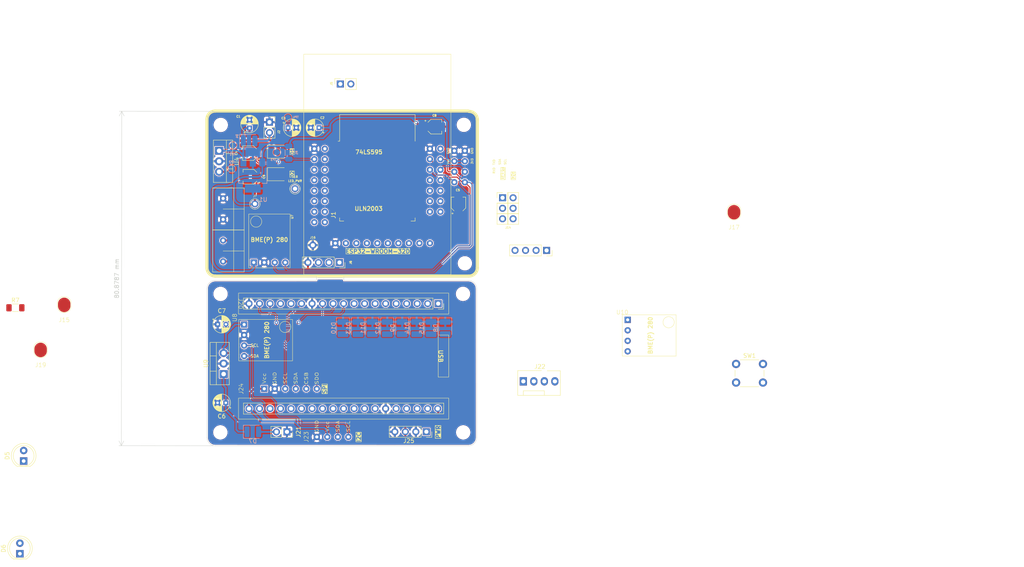
<source format=kicad_pcb>
(kicad_pcb (version 20240108) (generator "pcbnew") (generator_version "8.0")
  (layers (0 "F.Cu" signal) (31 "B.Cu" signal) (34 "B.Paste" user) (35 "F.Paste" user) (36 "B.SilkS" user "B.Silkscreen") (37 "F.SilkS" user "F.Silkscreen") (38 "B.Mask" user) (39 "F.Mask" user) (44 "Edge.Cuts" user))
  (net 0 "")
  (net 1 "GND")
  (net 2 "+3V3")
  (net 3 "+5V")
  (net 4 "/RXD")
  (net 5 "/TXD")
  (net 6 "/SDA")
  (net 7 "/GPIO_33")
  (net 8 "/SCL")
  (net 9 "/OUT3")
  (net 10 "/EN")
  (net 11 "/SOURCE2")
  (net 12 "/SOURCE1")
  (net 13 "/SOURCE3")
  (net 14 "/VDC")
  (net 15 "/DAC1")
  (net 16 "/DAC2")
  (net 17 "/GPIO39")
  (net 18 "/GPIO19")
  (net 19 "/GPIO17")
  (net 20 "/GPIO5")
  (net 21 "/GPIO18")
  (net 22 "/SD_DATA0")
  (net 23 "/ADC2_CH3")
  (net 24 "/SD_DATA3")
  (net 25 "/SD_CMD")
  (net 26 "/SD_CLK")
  (net 27 "/SD_DATA2")
  (net 28 "/SD_DATA1")
  (net 29 "/ADC2_CH0")
  (net 30 "/GPIO23")
  (net 31 "/GPIO36")
  (net 32 "/ADC2_CH2")
  (net 33 "/BOOT")
  (net 34 "/GPIO13")
  (net 35 "/SOURCE4")
  (net 36 "/SOURCE5")
  (net 37 "/SIPO_DATA")
  (net 38 "/SIPO_CLK")
  (net 39 "/SIPO_LATCH")
  (net 40 "/GPIO14")
  (net 41 "/OUT1")
  (net 42 "/VIN")
  (net 45 "Net-(D5-Pad1)")
  (net 46 "Net-(J15-Pin_1)")
  (net 47 "Net-(J19-Pin_1)")
  (net 48 "/OUT2")
  (net 60 "/RX")
  (net 65 "/TX")
  (net 76 "/SCL-2")
  (net 77 "/SDA-2")
  (net 80 "/12V")
  (net 82 "/QB-2")
  (net 83 "/QC-2")
  (net 84 "/QE-2")
  (net 85 "/QA-2")
  (net 86 "/QD-2")
  (net 87 "/QG-2")
  (net 88 "/QH-2")
  (net 89 "/QF-2")
  (net 90 "/SPI-SDO")
  (net 91 "/SPI-CSB")
  (net 92 "/SPI-SCL")
  (net 93 "/SPI-SDA")
  (net 94 "/D23")
  (net 95 "/D18")
  (footprint "Capacitor_THT:CP_Radial_D4.0mm_P2.00mm" (layer "F.Cu") (at 107 44.2 180)
    (property "Reference" "C2")
    (property "Value" "1uF")
  )
  (footprint "LED_SMD:LED_1210_3225Metric_Pad1.42x2.65mm_HandSolder" (layer "F.Cu") (at 97 55.45)
    (property "Reference" "D2")
    (property "Value" "STATUS")
  )
  (footprint "Capacitor_SMD:CP_Elec_3x5.3" (layer "F.Cu") (at 90.3 50.35 180)
    (property "Reference" "C4")
    (property "Value" "0.1uF")
  )
  (footprint "Resistor_SMD:R_1206_3216Metric_Pad1.30x1.75mm_HandSolder" (layer "F.Cu") (at 33.612 87.7585)
    (property "Reference" "R7")
    (property "Value" "4K7")
  )
  (footprint "LED_THT:LED_D5.0mm" (layer "F.Cu") (at 34.7 147.25 90)
    (property "Reference" "D6")
    (property "Value" "LED_STATUS")
  )
  (footprint "Button_Switch_THT:SW_PUSH_6mm" (layer "F.Cu") (at 207.8 101.35)
    (property "Reference" "SW1")
    (property "Value" "SW_Push")
  )
  (footprint "Connector:FanPinHeader_1x04_P2.54mm_Vertical" (layer "F.Cu") (at 156.38 105.55)
    (property "Reference" "J22")
    (property "Value" "Conn_01x04_Pin")
  )
  (footprint "Alexander Footprint Library:Pad_1x01_P2.54_SMD" (layer "F.Cu") (at 39.712 102.098)
    (property "Reference" "J19")
    (property "Value" "LED_PWR")
  )
  (footprint "Alexanddr Footprints Library:ESP32-WROOM-Adapter-Socket-2" (layer "F.Cu") (at 121.1 56.9025)
    (property "Reference" "J1")
    (property "Value" "~")
  )
  (footprint "Alexander Footprint Library:Pad_1x01_P2.54_SMD" (layer "F.Cu") (at 45.412 91.198)
    (property "Reference" "J15")
    (property "Value" "LED_PWR")
  )
  (footprint "MountingHole:MountingHole_3mm" (layer "F.Cu") (at 142 43.5)
    (property "Reference" "H1" (hide yes))
    (property "Value" "MountingHole_Pad")
  )
  (footprint "Connector_PinSocket_2.54mm:PinSocket_1x02_P2.54mm_Vertical" (layer "F.Cu") (at 99.25 117.775 -90)
    (property "Reference" "J21")
    (property "Value" "PWR")
  )
  (footprint "MountingHole:MountingHole_3mm" (layer "F.Cu") (at 83.25 43.53)
    (property "Reference" "H2" (hide yes))
    (property "Value" "MountingHole_Pad")
  )
  (footprint "Alexander Footprints Library:Conn_Terminal_5mm" (layer "F.Cu") (at 83.82 53.69)
    (property "Reference" "J9" (hide yes))
    (property "Value" "Conn_01x02_Socket")
  )
  (footprint "Alexander Footprint Library:Pad_1x01_P2.54_SMD" (layer "F.Cu") (at 207.3 68.7895)
    (property "Reference" "J17")
    (property "Value" "GND")
  )
  (footprint "MountingHole:MountingHole_3mm" (layer "F.Cu") (at 141.85 117.9)
    (property "Reference" "H4" (hide yes))
    (property "Value" "MountingHole_Pad")
  )
  (footprint "Capacitor_THT:CP_Radial_D4.0mm_P2.00mm" (layer "F.Cu") (at 82.5 91.75)
    (property "Reference" "C7")
    (property "Value" "1uF")
  )
  (footprint "Connector_PinSocket_2.54mm:PinSocket_1x04_P2.54mm_Vertical" (layer "F.Cu") (at 132.94 117.75 -90)
    (property "Reference" "J25")
    (property "Value" "PWR_SATA_Conn_01x04")
  )
  (footprint "Capacitor_SMD:CP_Elec_3x5.3" (layer "F.Cu") (at 90.4 56.05 180)
    (property "Reference" "C9")
    (property "Value" "0.1uF")
  )
  (footprint "Alexander Footprint Library:PinSocket_1x01_P2.54" (layer "F.Cu") (at 91.5 65.19)
    (property "Reference" "J7")
    (property "Value" "LED_PWR")
  )
  (footprint "Alexander Footprint Library:Conn_SPI" (layer "F.Cu") (at 88.68 107.35 90)
    (property "Reference" "J24")
    (property "Value" "~")
  )
  (footprint "Connector_PinSocket_2.54mm:PinSocket_1x02_P2.54mm_Vertical" (layer "F.Cu") (at 95.025 42.85)
    (property "Reference" "J2")
    (property "Value" "PWR")
  )
  (footprint "Connector_PinSocket_2.54mm:PinSocket_1x04_P2.54mm_Vertical" (layer "F.Cu") (at 111.94 76.8 -90)
    (property "Reference" "J6")
    (property "Value" "SOURCE")
  )
  (footprint "MountingHole:MountingHole_3mm" (layer "F.Cu") (at 83.15 117.9)
    (property "Reference" "H4" (hide yes))
    (property "Value" "MountingHole_Pad")
  )
  (footprint "Connector_PinSocket_2.54mm:PinSocket_1x04_P2.54mm_Vertical" (layer "F.Cu") (at 162 73.875 -90)
    (property "Reference" "J10" (hide yes))
    (property "Value" "ADC")
  )
  (footprint "Capacitor_SMD:CP_Elec_3x5.3" (layer "F.Cu") (at 140.7 62.75 90)
    (property "Reference" "C5")
    (property "Value" "0.1uF")
  )
  (footprint "MountingHole:MountingHole_3mm" (layer "F.Cu") (at 141.8 84.4)
    (property "Reference" "H4" (hide yes))
    (property "Value" "MountingHole_Pad")
  )
  (footprint "Capacitor_THT:CP_Radial_D4.0mm_P2.00mm" (layer "F.Cu") (at 99.5 44.2)
    (property "Reference" "C3")
    (property "Value" "1uF")
  )
  (footprint "Alexander Footprint Library:Conn_ESP32_WROOM-DevKit-38pins" (layer "F.Cu") (at 87.54 86.75 -90)
    (property "Reference" "J20")
    (property "Value" "~")
  )
  (footprint "Capacitor_SMD:CP_Elec_3x5.3" (layer "F.Cu") (at 134.9 43.95)
    (property "Reference" "C8")
    (property "Value" "10uF")
  )
  (footprint "Alexander Footprint Library:LD1117" (layer "F.Cu") (at 83.945 103.79 90)
    (property "Reference" "U9")
    (property "Value" "L7805")
  )
  (footprint "Alexander Footprint Library:PinSocket_1x01_P2.54" (layer "F.Cu") (at 101.2 61.52)
    (property "Reference" "J18")
    (property "Value" "LED_PWR")
  )
  (footprint "Alexander Footprint Library:Conn_I2C" (layer "F.Cu") (at 98.84 119 90)
    (property "Reference" "J23")
    (property "Value" "I2C")
  )
  (footprint "Capacitor_THT:CP_Radial_D4.0mm_P2.00mm" (layer "F.Cu") (at 84.4726 110.75 180)
    (property "Reference" "C6")
    (property "Value" "1uF")
  )
  (footprint "Alexander Footprint Library:BME280_BMP280_I2C" (layer "F.Cu") (at 180.3 89.45)
    (property "Reference" "U10")
    (property "Value" "BME(P)280")
  )
  (footprint "MountingHole:MountingHole_3mm" (layer "F.Cu") (at 83.2 84.4)
    (property "Reference" "H4" (hide yes))
    (property "Value" "MountingHole_Pad")
  )
  (footprint "Connector_PinSocket_2.54mm:PinSocket_1x02_P2.54mm_Vertical" (layer "F.Cu") (at 112.15 33.625 90)
    (property "Reference" "J5")
    (property "Value" "DAC")
  )
  (footprint "Alexander Footprint Library:CONN_2x3" (layer "F.Cu") (at 151.36 56.07)
    (property "Reference" "J14")
    (property "Value" "GPIO")
  )
  (footprint "Alexander Footprints Library:Conn_UART" (layer "F.Cu") (at 139.7 42.15)
    (property "Reference" "J3" (hide yes))
    (property "Value" "UART")
  )
  (footprint "Alexander Footprint Library:PinSocket_1x01_P2.54" (layer "F.Cu") (at 105.5 75.19)
    (property "Reference" "J16")
    (property "Value" "GND")
  )
  (footprint "Capacitor_THT:CP_Radial_D4.0mm_P2.00mm" (layer "F.Cu") (at 90.2 44.3 90)
    (property "Reference" "C1")
    (property "Value" "1uF")
  )
  (footprint "Alexander Footprint Library:BME280_BMP280_I2C" (layer "F.Cu") (at 90 78.1 90)
    (property "Reference" "U7")
    (property "Value" "BME(P)280")
  )
  (footprint "Alexander Footprint Library:LD1117" (layer "F.Cu") (at 82.855 49.77 -90)
    (property "Reference" "U4")
    (property "Value" "L7805")
  )
  (footprint "Alexander Footprints Library:Conn_I2C" (layer "F.Cu") (at 142.24 42.15)
    (property "Reference" "J4" (hide yes))
    (property "Value" "I2C")
  )
  (footprint "LED_THT:LED_D5.0mm" (layer "F.Cu") (at 35.612 124.8335 90)
    (property "Reference" "D5")
    (property "Value" "LED_PWR")
  )
  (footprint "Alexander Footprint Library:BME280_BMP280_I2C" (layer "F.Cu") (at 87.6 90.59)
    (property "Reference" "U8")
    (property "Value" "BME(P)280")
  )
  (footprint "LED_SMD:LED_1210_3225Metric_Pad1.42x2.65mm_HandSolder" (layer "F.Cu") (at 97 50)
    (property "Reference" "D1")
    (property "Value" "PWR")
  )
  (footprint "MountingHole:MountingHole_3mm" (layer "F.Cu") (at 142.25 77)
    (property "Reference" "H4" (hide yes))
    (property "Value" "MountingHole_Pad")
  )
  (footprint "Alexander Footprints Library:Conn_Terminal_5mm" (layer "F.Cu") (at 83.82 63.85)
    (property "Reference" "J8" (hide yes))
    (property "Value" "Conn_01x02_Socket")
  )
  (footprint "TestPoint:TestPoint_Pad_D1.5mm" (layer "B.Cu") (at 99.5 41.75 180)
    (property "Reference" "TP4")
    (property "Value" "5V")
  )
  (footprint "LED_SMD:LED_1210_3225Metric_Pad1.42x2.65mm_HandSolder" (layer "B.Cu") (at 127.1 92.65 -90)
    (property "Reference" "D9")
    (property "Value" "PWR")
  )
  (footprint "TestPoint:TestPoint_Pad_D1.5mm" (layer "B.Cu") (at 96.8 50.15 180)
    (property "Reference" "TP3")
    (property "Value" "3V3")
  )
  (footprint "LED_SMD:LED_1210_3225Metric_Pad1.42x2.65mm_HandSolder" (layer "B.Cu") (at 119.9 92.65 -90)
    (property "Reference" "D11")
    (property "Value" "PWR")
  )
  (footprint "Diode_SMD:D_1210_3225Metric" (layer "B.Cu") (at 91 117.75)
    (property "Reference" "D7")
    (property "Value" "D")
  )
  (footprint "LED_SMD:LED_1210_3225Metric_Pad1.42x2.65mm_HandSolder" (layer "B.Cu") (at 134.1 92.65 -90)
    (property "Reference" "D15")
    (property "Value" "PWR")
  )
  (footprint "Resistor_SMD:R_1206_3216Metric_Pad1.30x1.75mm_HandSolder" (layer "B.Cu") (at 99.7 50.25 -90)
    (property "Reference" "R1")
    (property "Value" "10K")
  )
  (footprint "Diode_SMD:D_1210_3225Metric" (layer "B.Cu") (at 90.1 47.4)
    (property "Reference" "D4")
    (property "Value" "D")
  )
  (footprint "LED_SMD:LED_1210_3225Metric_Pad1.42x2.65mm_HandSolder" (layer "B.Cu") (at 130.6 92.65 -90)
    (property "Reference" "D14")
    (property "Value" "PWR")
  )
  (footprint "TestPoint:TestPoint_Pad_D1.5mm" (layer "B.Cu") (at 86.2 48.45 180)
    (property "Reference" "TP1")
    (property "Value" "VIN")
  )
  (footprint "LED_SMD:LED_1210_3225Metric_Pad1.42x2.65mm_HandSolder" (layer "B.Cu") (at 123.5 92.65 -90)
    (property "Reference" "D12")
    (property "Value" "PWR")
  )
  (footprint "TestPoint:TestPoint_Pad_D1.5mm" (layer "B.Cu") (at 85.9 54.15 180)
    (property "Reference" "TP2")
    (property "Value" "GND")
  )
  (footprint "LED_SMD:LED_1210_3225Metric_Pad1.42x2.65mm_HandSolder" (layer "B.Cu") (at 116.4 92.65 -90)
    (property "Reference" "D13")
    (property "Value" "PWR")
  )
  (footprint "LED_SMD:LED_1210_3225Metric_Pad1.42x2.65mm_HandSolder" (layer "B.Cu") (at 112.8 92.65 -90)
    (property "Reference" "D10")
    (property "Value" "PWR")
  )
  (footprint "Package_TO_SOT_SMD:SOT-223-3_TabPin2" (layer "B.Cu") (at 91 55.75 -90)
    (property "Reference" "U1")
    (property "Value" "MAX1726EUK33")
  )
  (footprint "LED_SMD:LED_1210_3225Metric_Pad1.42x2.65mm_HandSolder" (layer "B.Cu") (at 137.5 92.65 -90)
    (property "Reference" "D8")
    (property "Value" "PWR")
  )
  (gr_line (start 145.25 42.11421) (end 145.25 78.085782) (stroke (width 0.75)) (layer "F.SilkS"))
  (gr_line (start 81.914218 40.164218) (end 143.08579 40.164218) (stroke (width 0.75)) (layer "F.SilkS"))
  (gr_arc (start 145.25 78.085782) (mid 144.66422 79.500007) (end 143.25 80.085782) (stroke (width 0.75)) (layer "F.SilkS"))
  (gr_line (start 79.914218 42.11421) (end 79.914218 78.085782) (stroke (width 0.75)) (layer "F.SilkS"))
  (gr_arc (start 81.914218 80.085782) (mid 80.499999 79.500001) (end 79.914218 78.085782) (stroke (width 0.75)) (layer "F.SilkS"))
  (gr_arc (start 143.25 40.25) (mid 144.664214 40.835786) (end 145.25 42.25) (stroke (width 0.75)) (layer "F.SilkS"))
  (gr_arc (start 79.914218 42.164218) (mid 80.499999 40.749999) (end 81.914218 40.164218) (stroke (width 0.75)) (layer "F.SilkS"))
  (gr_line (start 81.914214 80.085782) (end 143.085786 80.085782) (stroke (width 0.75)) (layer "F.SilkS"))
  (gr_line (start 82.014214 80.235786) (end 106.4 80.25) (stroke (width 0.1)) (layer "Edge.Cuts"))
  (gr_line (start 80 42.25) (end 80.014214 78.235786) (stroke (width 0.1)) (layer "Edge.Cuts"))
  (gr_arc (start 79.921321 83.157107) (mid 80.507106 81.742896) (end 81.921321 81.157107) (stroke (width 0.1)) (layer "Edge.Cuts"))
  (gr_line (start 81.921321 121.128679) (end 143.107107 121.142893) (stroke (width 0.1)) (layer "Edge.Cuts"))
  (gr_arc (start 81.921321 121.128679) (mid 80.507101 120.542899) (end 79.921321 119.128679) (stroke (width 0.1)) (layer "Edge.Cuts"))
  (gr_line (start 143.092893 81.157107) (end 113 81.15) (stroke (width 0.1)) (layer "Edge.Cuts"))
  (gr_arc (start 145.107107 119.142893) (mid 144.521321 120.557107) (end 143.107107 121.142893) (stroke (width 0.1)) (layer "Edge.Cuts"))
  (gr_line (start 106.4 81.15) (end 81.921321 81.157107) (stroke (width 0.1)) (layer "Edge.Cuts"))
  (gr_arc (start 143.185786 40.264214) (mid 144.600004 40.849996) (end 145.185786 42.264214) (stroke (width 0.1)) (layer "Edge.Cuts"))
  (gr_line (start 113 80.25) (end 143.185786 80.235786) (stroke (width 0.1)) (layer "Edge.Cuts"))
  (gr_arc (start 82.014214 80.235786) (mid 80.599996 79.650004) (end 80.014214 78.235786) (stroke (width 0.1)) (layer "Edge.Cuts"))
  (gr_line (start 145.185786 42.264214) (end 145.185786 78.235786) (stroke (width 0.1)) (layer "Edge.Cuts"))
  (gr_arc (start 80 42.25) (mid 80.585786 40.835786) (end 82 40.25) (stroke (width 0.1)) (layer "Edge.Cuts"))
  (gr_line (start 145.107107 119.142893) (end 145.092893 83.157107) (stroke (width 0.1)) (layer "Edge.Cuts"))
  (gr_line (start 79.921321 119.128679) (end 79.921321 83.157107) (stroke (width 0.1)) (layer "Edge.Cuts"))
  (gr_line (start 106.4 81.15) (end 106.4 80.25) (stroke (width 0.1)) (layer "Edge.Cuts"))
  (gr_arc (start 145.185786 78.235786) (mid 144.600004 79.650004) (end 143.185786 80.235786) (stroke (width 0.1)) (layer "Edge.Cuts"))
  (gr_arc (start 143.092893 81.157107) (mid 144.507112 81.742888) (end 145.092893 83.157107) (stroke (width 0.1)) (layer "Edge.Cuts"))
  (gr_line (start 113 81.15) (end 113 80.25) (stroke (width 0.1)) (layer "Edge.Cuts"))
  (gr_line (start 143.185786 40.264214) (end 82 40.25) (stroke (width 0.1)) (layer "Edge.Cuts"))
  (gr_text "SCL" (at 90.4 96.85 0) (layer "F.SilkS") (effects (font (size 0.7 0.7) (thickness 0.125) (bold yes)) (justify left)))
  (gr_text "SDA" (at 90.4 99.45 0) (layer "F.SilkS") (effects (font (size 0.7 0.7) (thickness 0.125) (bold yes)) (justify left)))
  (gr_text "PWR" (at 136.4 119.55 90) (layer "F.SilkS" knockout) (effects (font (size 1 1) (thickness 0.25) (bold yes)) (justify left bottom)))
  (gr_text "74LS595" (at 119.057143 50.1 0) (layer "F.SilkS") (effects (font (size 1 1) (thickness 0.2) (bold yes))))
  (gr_text "ULN2003" (at 115.5 64.374 0) (layer "F.SilkS") (effects (font (size 1 1) (thickness 0.2) (bold yes)) (justify left bottom)))
  (dimension (type aligned) (layer "Edge.Cuts") (pts (xy 81.921321 121.128679) (xy 82 40.25)) (height -22.6907) (gr_text "80.8787 mm" (at 58.119973 80.666146 89.94426182) (layer "Edge.Cuts") (effects (font (size 1 1) (thickness 0.15)))) (format (prefix "") (suffix "") (units 3) (units_format 1) (precision 4)) (style (thickness 0.1) (arrow_length 1.27) (text_position_mode 0) (extension_height 0.58642) (extension_offset 0.5) keep_text_aligned))
  (segment (start 84.21 66) (end 83.82 66.39) (width 0.5) (layer "F.Cu") (net 1))
  (segment (start 95.5 54.8625) (end 95.5125 54.85) (width 0.25) (layer "F.Cu") (net 1))
  (segment (start 95.5 55.4625) (end 95.5125 55.45) (width 0.25) (layer "F.Cu") (net 1))
  (segment (start 91.5 59.65) (end 91.9 59.25) (width 0.5) (layer "F.Cu") (net 2))
  (segment (start 90.08 108.57) (end 90.08 112.15) (width 0.5) (layer "F.Cu") (net 2))
  (segment (start 91.3 107.35) (end 90.08 108.57) (width 0.5) (layer "F.Cu") (net 2))
  (segment (start 91.9 59.25) (end 91.9 56.05) (width 0.5) (layer "F.Cu") (net 2))
  (segment (start 130.5 42.95) (end 131.5 43.95) (width 0.5) (layer "F.Cu") (net 2))
  (segment (start 131.5 43.95) (end 133.4 43.95) (width 0.5) (layer "F.Cu") (net 2))
  (segment (start 93.76 107.35) (end 91.3 107.35) (width 0.5) (layer "F.Cu") (net 2))
  (segment (start 91.5 62.62) (end 91.5 59.65) (width 0.5) (layer "F.Cu") (net 2))
  (segment (start 98.4875 50) (end 101.05 50) (width 0.5) (layer "F.Cu") (net 2))
  (via (at 130.5 42.95) (size 0.8) (drill 0.4) (layers "F.Cu" "B.Cu") (net 2))
  (segment (start 96.075 48.7) (end 97.525 48.7) (width 0.5) (layer "B.Cu") (net 2))
  (segment (start 109.408578 44.2) (end 107 44.2) (width 0.5) (layer "B.Cu") (net 2))
  (segment (start 93.21 115.25) (end 101 115.25) (width 0.5) (layer "B.Cu") (net 2))
  (segment (start 81.3 75.997918) (end 81.3 59.75104) (width 0.5) (layer "B.Cu") (net 2))
  (segment (start 93.3 54.905025) (end 93.3 52.6) (width 0.5) (layer "B.Cu") (net 2))
  (segment (start 100 48.7) (end 100 48.03033) (width 0.5) (layer "B.Cu") (net 2))
  (segment (start 137.9 51.55) (end 138.66 52.31) (width 0.5) (layer "B.Cu") (net 2))
  (segment (start 109 117.5) (end 109 119) (width 0.5) (layer "B.Cu") (net 2))
  (segment (start 84.202081 78.9) (end 89.990883 78.9) (width 0.5) (layer "B.Cu") (net 2))
  (segment (start 109.75 45) (end 109.75 44.141421) (width 0.5) (layer "B.Cu") (net 2))
  (segment (start 109.75 43.858578) (end 109.75 44.141421) (width 0.5) (layer "B.Cu") (net 2))
  (segment (start 138.66 52.31) (end 139.7 52.31) (width 0.5) (layer "B.Cu") (net 2))
  (segment (start 104.722182 46.75) (end 106.277817 46.75) (width 0.5) (layer "B.Cu") (net 2))
  (segment (start 139.7 52.31) (end 142.24 52.31) (width 0.5) (layer "B.Cu") (net 2))
  (segment (start 129.1 41.75) (end 136.8 41.75) (width 0.5) (layer "B.Cu") (net 2))
  (segment (start 112.31066 41.75) (end 129.1 41.75) (width 0.5) (layer "B.Cu") (net 2))
  (segment (start 88.207106 62.75) (end 91.5 62.75) (width 0.5) (layer "B.Cu") (net 2))
  (segment (start 86.5 61.042893) (end 86.5 57.5) (width 0.5) (layer "B.Cu") (net 2))
  (segment (start 106.277817 46.75) (end 108 46.75) (width 0.5) (layer "B.Cu") (net 2))
  (segment (start 101 115.25) (end 102.5 116.75) (width 0.5) (layer "B.Cu") (net 2))
  (segment (start 137.9 42.85) (end 137.9 51.55) (width 0.5) (layer "B.Cu") (net 2))
  (segment (start 91.22 77.670883) (end 91.22 76.8) (width 0.5) (layer "B.Cu") (net 2))
  (segment (start 89.455634 56.1) (end 92.105025 56.1) (width 0.5) (layer "B.Cu") (net 2))
  (segment (start 96.075 48.7) (end 95.177817 48.7) (width 0.5) (layer "B.Cu") (net 2))
  (segment (start 90.11 112.15) (end 93.21 115.25) (width 0.5) (layer "B.Cu") (net 2))
  (segment (start 136.8 41.75) (end 137.9 42.85) (width 0.5) (layer "B.Cu") (net 2))
  (segment (start 108.25 116.75) (end 109 117.5) (width 0.5) (layer "B.Cu") (net 2))
  (segment (start 104.722182 46.75) (end 101.28033 46.75) (width 0.5) (layer "B.Cu") (net 2))
  (segment (start 110.015165 42.984834) (end 110.5 42.5) (width 0.5) (layer "B.Cu") (net 2))
  (segment (start 108 46.75) (end 109.75 45) (width 0.5) (layer "B.Cu") (net 2))
  (segment (start 96.8 49.425) (end 96.8 50.15) (width 0.25) (layer "B.Cu") (net 2))
  (segment (start 109.75 43.858578) (end 109.75 43.625) (width 0.5) (layer "B.Cu") (net 2))
  (segment (start 93.3 52.6) (end 93.3 50.577817) (width 0.5) (layer "B.Cu") (net 2))
  (segment (start 82.75104 58.3) (end 84.144365 58.3) (width 0.5) (layer "B.Cu") (net 2))
  (segment (start 130.5 42.95) (end 129.3 41.75) (width 0.5) (layer "B.Cu") (net 2))
  (segment (start 102.5 116.75) (end 108.25 116.75) (width 0.5) (layer "B.Cu") (net 2))
  (segment (start 129.3 41.75) (end 129.1 41.75) (width 0.5) (layer "B.Cu") (net 2))
  (segment (start 100 48.7) (end 97.525 48.7) (width 0.5) (layer "B.Cu") (net 2))
  (arc (start 93.3 54.905025) (mid 93.209037 55.362322) (end 92.95 55.75) (width 0.5) (layer "B.Cu") (net 2))
  (arc (start 86.8 57.2) (mid 85.581584 58.014119) (end 84.144365 58.3) (width 0.5) (layer "B.Cu") (net 2))
  (arc (start 89.455634 56.1) (mid 88.018415 56.38588) (end 86.8 57.2) (width 0.5) (layer "B.Cu") (net 2))
  (arc (start 86.5 61.042893) (mid 86.629945 61.696174) (end 87 62.25) (width 0.5) (layer "B.Cu") (net 2))
  (arc (start 82.75104 58.3) (mid 82.195751 58.410453) (end 81.725 58.725) (width 0.5) (layer "B.Cu") (net 2))
  (arc (start 92.95 55.75) (mid 92.562322 56.009037) (end 92.105025 56.1) (width 0.5) (layer "B.Cu") (net 2))
  (arc (start 109.75 43.625) (mid 109.818914 43.278544) (end 110.015165 42.984834) (width 0.5) (layer "B.Cu") (net 2))
  (arc (start 95.177817 48.7) (mid 94.459207 48.84294) (end 93.85 49.25) (width 0.5) (layer "B.Cu") (net 2))
  (arc (start 96.8 49.425) (mid 96.587652 48.912347) (end 96.075 48.7) (width 0.25) (layer "B.Cu") (net 2))
  (arc (start 82.15 78.05) (mid 83.091502 78.679092) (end 84.202081 78.9) (width 0.5) (layer "B.Cu") (net 2))
  (arc (start 109.75 44.141421) (mid 109.713838 44.087301) (end 109.65 44.1) (width 0.5) (layer "B.Cu") (net 2))
  (arc (start 93.85 49.25) (mid 93.44294 49.859207) (end 93.3 50.577817) (width 0.5) (layer "B.Cu") (net 2))
  (arc (start 90.86 78.54) (mid 90.461245 78.806439) (end 89.990883 78.9) (width 0.5) (layer "B.Cu") (net 2))
  (arc (start 109.65 44.1) (mid 109.539234 44.17401) (end 109.408578 44.2) (width 0.5) (layer "B.Cu") (net 2))
  (arc (start 87 62.25) (mid 87.553825 62.620054) (end 88.207106 62.75) (width 0.5) (layer "B.Cu") (net 2))
  (arc (start 81.725 58.725) (mid 81.410453 59.195751) (end 81.3 59.75104) (width 0.5) (layer "B.Cu") (net 2))
  (arc (start 101.28033 46.75) (mid 100.790368 46.847459) (end 100.375 47.125) (width 0.5) (layer "B.Cu") (net 2))
  (arc (start 91.22 77.670883) (mid 91.126439 78.141245) (end 90.86 78.54) (width 0.5) (layer "B.Cu") (net 2))
  (arc (start 110.5 42.5) (mid 111.330737 41.944918) (end 112.31066 41.75) (width 0.5) (layer "B.Cu") (net 2))
  (arc (start 109.65 44.1) (mid 109.72401 43.989234) (end 109.75 43.858578) (width 0.5) (layer "B.Cu") (net 2))
  (arc (start 100.375 47.125) (mid 100.097459 47.540368) (end 100 48.03033) (width 0.5) (layer "B.Cu") (net 2))
  (arc (start 81.3 75.997918) (mid 81.520907 77.108496) (end 82.15 78.05) (width 0.5) (layer "B.Cu") (net 2))
  (segment (start 99.5 45.693413) (end 99.5 44.2) (width 0.5) (layer "F.Cu") (net 3))
  (segment (start 98.6375 46.9625) (end 99.2125 46.3875) (width 0.5) (layer "F.Cu") (net 3))
  (segment (start 83.945 98.71) (end 86.21 98.71) (width 0.5) (layer "F.Cu") (net 3))
  (segment (start 86.75 99.25) (end 86.75 100) (width 0.5) (layer "F.Cu") (net 3))
  (segment (start 127.86 116.39) (end 129 115.25) (width 0.5) (layer "F.Cu") (net 3))
  (segment (start 129 115.25) (end 135.25 115.25) (width 0.5) (layer "F.Cu") (net 3))
  (segment (start 135.81 114.69) (end 135.81 112.15) (width 0.5) (layer "F.Cu") (net 3))
  (segment (start 86.75 114.25) (end 87.75 115.25) (width 0.5) (layer "F.Cu") (net 3))
  (segment (start 86.75 100) (end 86.75 114.25) (width 0.5) (layer "F.Cu") (net 3))
  (segment (start 88.1 47.25) (end 97.943413 47.25) (width 0.5) (layer "F.Cu") (net 3))
  (segment (start 84.9 54.85) (end 85.4 54.35) (width 0.5) (layer "F.Cu") (net 3))
  (segment (start 85.4 54.35) (end 85.4 49.95) (width 0.5) (layer "F.Cu") (net 3))
  (segment (start 127.86 118.65) (end 127.86 116.39) (width 0.5) (layer "F.Cu") (net 3))
  (segment (start 86.21 98.71) (end 86.75 99.25) (width 0.5) (layer "F.Cu") (net 3))
  (segment (start 135.25 115.25) (end 135.81 114.69) (width 0.5) (layer "F.Cu") (net 3))
  (segment (start 82.855 54.85) (end 84.9 54.85) (width 0.5) (layer "F.Cu") (net 3))
  (segment (start 85.4 49.95) (end 88.1 47.25) (width 0.5) (layer "F.Cu") (net 3))
  (segment (start 87.75 115.25) (end 129 115.25) (width 0.5) (layer "F.Cu") (net 3))
  (arc (start 97.943413 47.25) (mid 98.31905 47.175281) (end 98.6375 46.9625) (width 0.5) (layer "F.Cu") (net 3))
  (arc (start 99.5 45.693413) (mid 99.425281 46.06905) (end 99.2125 46.3875) (width 0.5) (layer "F.Cu") (net 3))
  (segment (start 83.945 97.305) (end 84.5 96.75) (width 0.5) (layer "B.Cu") (net 3))
  (segment (start 84.5 94.05) (end 84.5 91.75) (width 0.5) (layer "B.Cu") (net 3))
  (segment (start 88.9 91.81) (end 86.74 91.81) (width 0.5) (layer "B.Cu") (net 3))
  (segment (start 83.945 98.71) (end 83.945 97.305) (width 0.5) (layer "B.Cu") (net 3))
  (segment (start 86.74 91.81) (end 84.5 94.05) (width 0.5) (layer "B.Cu") (net 3))
  (segment (start 84.5 96.75) (end 84.5 94.05) (width 0.5) (layer "B.Cu") (net 3))
  (segment (start 99.5 42.25) (end 99.5 44.2) (width 0.25) (layer "B.Cu") (net 3))
  (segment (start 139.7 57.35) (end 139.7 57.39) (width 0.25) (layer "F.Cu") (net 4))
  (segment (start 140.3 57.45) (end 139.3 57.45) (width 0.25) (layer "F.Cu") (net 4))
  (segment (start 139.04 57.39) (end 139.7 57.39) (width 0.25) (layer "F.Cu") (net 4))
  (segment (start 137.96 55.65) (end 139.7 57.39) (width 0.25) (layer "B.Cu") (net 4))
  (segment (start 133.8 54.3625) (end 135.0875 55.65) (width 0.25) (layer "B.Cu") (net 4))
  (segment (start 135.0875 55.65) (end 137.96 55.65) (width 0.25) (layer "B.Cu") (net 4))
  (segment (start 143.4 73.25) (end 140.7 73.25) (width 0.25) (layer "F.Cu") (net 5))
  (segment (start 138 52.25) (end 137.5725 51.8225) (width 0.25) (layer "F.Cu") (net 5))
  (segment (start 143.453 56.303) (end 144 56.85) (width 0.25) (layer "F.Cu") (net 5))
  (segment (start 144 56.85) (end 144 72.65) (width 0.25) (layer "F.Cu") (net 5))
  (segment (start 139.7 54.85) (end 141.153 56.303) (width 0.25) (layer "F.Cu") (net 5))
  (segment (start 141.153 56.303) (end 143.453 56.303) (width 0.25) (layer "F.Cu") (net 5))
  (segment (start 139.7 54.85) (end 138.3 54.85) (width 0.25) (layer "F.Cu") (net 5))
  (segment (start 144 72.65) (end 143.4 73.25) (width 0.25) (layer "F.Cu") (net 5))
  (segment (start 137.5725 51.8225) (end 136.34 51.8225) (width 0.25) (layer "F.Cu") (net 5))
  (segment (start 140.7 73.25) (end 136.9 77.05) (width 0.25) (layer "F.Cu") (net 5))
  (segment (start 138 54.55) (end 138 52.25) (width 0.25) (layer "F.Cu") (net 5))
  (segment (start 138.3 54.85) (end 138 54.55) (width 0.25) (layer "F.Cu") (net 5))
  (segment (start 139.7 54.85) (end 139.5 54.85) (width 0.25) (layer "F.Cu") (net 5))
  (segment (start 142.24 54.85) (end 142.24 55.51) (width 0.25) (layer "F.Cu") (net 6))
  (segment (start 98.84 76.8) (end 98.84 78.09) (width 0.25) (layer "B.Cu") (net 6))
  (segment (start 141 57.95) (end 141 56.09) (width 0.25) (layer "B.Cu") (net 6))
  (segment (start 140.990501 53.600501) (end 142.24 54.85) (width 0.25) (layer "B.Cu") (net 6))
  (segment (start 136.34 54.3625) (end 137.101999 53.600501) (width 0.25) (layer "B.Cu") (net 6))
  (segment (start 143.281802 72.781802) (end 143.55 72.513604) (width 0.25) (layer "B.Cu") (net 6))
  (segment (start 99.4 78.65) (end 130.7 78.65) (width 0.25) (layer "B.Cu") (net 6))
  (segment (start 130.7 78.65) (end 134.55 78.65) (width 0.25) (layer "B.Cu") (net 6))
  (segment (start 143.55 72.513604) (end 143.55 60.5) (width 0.25) (layer "B.Cu") (net 6))
  (segment (start 143.55 60.5) (end 141 57.95) (width 0.25) (layer "B.Cu") (net 6))
  (segment (start 140.418198 72.781802) (end 143.281802 72.781802) (width 0.25) (layer "B.Cu") (net 6))
  (segment (start 98.84 78.09) (end 99.4 78.65) (width 0.25) (layer "B.Cu") (net 6))
  (segment (start 141 56.09) (end 142.24 54.85) (width 0.25) (layer "B.Cu") (net 6))
  (segment (start 137.101999 53.600501) (end 140.990501 53.600501) (width 0.25) (layer "B.Cu") (net 6))
  (segment (start 134.55 78.65) (end 140.418198 72.781802) (width 0.25) (layer "B.Cu") (net 6))
  (segment (start 135.1 55.15) (end 135.6 55.65) (width 0.25) (layer "F.Cu") (net 8))
  (segment (start 133.8 51.8225) (end 135.1 53.1225) (width 0.25) (layer "F.Cu") (net 8))
  (segment (start 141.603604 57.39) (end 142.24 57.39) (width 0.25) (layer "F.Cu") (net 8))
  (segment (start 143.231802 72.781802) (end 140.368198 72.781802) (width 0.25) (layer "F.Cu") (net 8))
  (segment (start 143.5 72.513604) (end 143.231802 72.781802) (width 0.25) (layer "F.Cu") (net 8))
  (segment (start 137.3 55.65) (end 137.8 56.15) (width 0.25) (layer "F.Cu") (net 8))
  (segment (start 135.1 53.1225) (end 135.1 55.15) (width 0.25) (layer "F.Cu") (net 8))
  (segment (start 142.24 57.39) (end 143.5 58.65) (width 0.25) (layer "F.Cu") (net 8))
  (segment (start 135.6 55.65) (end 137.3 55.65) (width 0.25) (layer "F.Cu") (net 8))
  (segment (start 140.368198 72.781802) (end 138.9 74.25) (width 0.25) (layer "F.Cu") (net 8))
  (segment (start 143.5 58.65) (end 143.5 72.513604) (width 0.25) (layer "F.Cu") (net 8))
  (segment (start 140.363604 56.15) (end 141.603604 57.39) (width 0.25) (layer "F.Cu") (net 8))
  (segment (start 137.8 56.15) (end 140.363604 56.15) (width 0.25) (layer "F.Cu") (net 8))
  (segment (start 140.6 73.3) (end 143.4 73.3) (width 0.25) (layer "B.Cu") (net 8))
  (segment (start 144 72.7) (end 144 57.95) (width 0.25) (layer "B.Cu") (net 8))
  (segment (start 144 57.95) (end 143.44 57.39) (width 0.25) (layer "B.Cu") (net 8))
  (segment (start 96.3 78.45) (end 96.95 79.1) (width 0.25) (layer "B.Cu") (net 8))
  (segment (start 96.95 79.1) (end 134.8 79.1) (width 0.25) (layer "B.Cu") (net 8))
  (segment (start 143.44 57.39) (end 142.24 57.39) (width 0.25) (layer "B.Cu") (net 8))
  (segment (start 134.8 79.1) (end 140.6 73.3) (width 0.25) (layer "B.Cu") (net 8))
  (segment (start 143.4 73.3) (end 144 72.7) (width 0.25) (layer "B.Cu") (net 8))
  (segment (start 96.3 76.8) (end 96.3 78.45) (width 0.25) (layer "B.Cu") (net 8))
  (segment (start 91.8 52.25) (end 92.3 52.75) (width 0.25) (layer "F.Cu") (net 10))
  (segment (start 92.3 52.75) (end 96.9 52.75) (width 0.25) (layer "F.Cu") (net 10))
  (segment (start 96.9 52.75) (end 97.2 52.45) (width 0.25) (layer "F.Cu") (net 10))
  (segment (start 91.8 50.35) (end 91.8 52.25) (width 0.25) (layer "F.Cu") (net 10))
  (via (at 97.2 52.45) (size 0.8) (drill 0.4) (layers "F.Cu" "B.Cu") (net 10))
  (segment (start 101.4 51.8) (end 101.45 51.8) (width 0.25) (layer "B.Cu") (net 10))
  (segment (start 105.86 51.8225) (end 101.4225 51.8225) (width 0.25) (layer "B.Cu") (net 10))
  (segment (start 99.7 51.8) (end 101.4 51.8) (width 0.25) (layer "B.Cu") (net 10))
  (segment (start 97.2 52.45) (end 97.85 51.8) (width 0.25) (layer "B.Cu") (net 10))
  (segment (start 97.85 51.8) (end 99.7 51.8) (width 0.25) (layer "B.Cu") (net 10))
  (segment (start 101.4225 51.8225) (end 101.4 51.8) (width 0.25) (layer "B.Cu") (net 10))
  (segment (start 86.37 71.47) (end 88 73.1) (width 0.5) (layer "F.Cu") (net 11))
  (segment (start 88 73.1) (end 99 73.1) (width 0.5) (layer "F.Cu") (net 11))
  (segment (start 83.82 71.47) (end 86.37 71.47) (width 0.5) (layer "F.Cu") (net 11))
  (segment (start 86.275 76.55) (end 88.075 74.75) (width 0.5) (layer "F.Cu") (net 12))
  (segment (start 83.82 76.55) (end 86.275 76.55) (width 0.5) (layer "F.Cu") (net 12))
  (segment (start 88.075 74.75) (end 99.75 74.75) (width 0.5) (layer "F.Cu") (net 12))
  (segment (start 96.71 117.775) (end 92.425 117.775) (width 0.5) (layer "B.Cu") (net 14))
  (segment (start 92.425 117.775) (end 92.4 117.75) (width 0.5) (layer "B.Cu") (net 14))
  (segment (start 95.025 46.674479) (end 95.025 45.39) (width 0.5) (layer "B.Cu") (net 14))
  (segment (start 94.299479 47.4) (end 91.5 47.4) (width 0.5) (layer "B.Cu") (net 14))
  (arc (start 95.025 46.674479) (mid 94.969773 46.952124) (end 94.8125 47.1875) (width 0.5) (layer "B.Cu") (net 14))
  (arc (start 94.8125 47.1875) (mid 94.577124 47.344773) (end 94.299479 47.4) (width 0.5) (layer "B.Cu") (net 14))
  (segment (start 89.5 46.25) (end 87.71 46.25) (width 0.5) (layer "F.Cu") (net 42))
  (segment (start 87.71 46.25) (end 84.19 49.77) (width 0.5) (layer "F.Cu") (net 42))
  (segment (start 90.2 45.55) (end 89.5 46.25) (width 0.5) (layer "F.Cu") (net 42))
  (segment (start 84.19 49.77) (end 82.855 49.77) (width 0.5) (layer "F.Cu") (net 42))
  (segment (start 90.2 44.3) (end 90.2 45.55) (width 0.5) (layer "F.Cu") (net 42))
  (segment (start 88.7 50.546446) (end 88.7 51.253553) (width 0.5) (layer "B.Cu") (net 42))
  (segment (start 84.4726 112.4726) (end 84.4726 109.5) (width 0.5) (layer "B.Cu") (net 42))
  (segment (start 88.7 45.153553) (end 88.7 47.4) (width 0.5) (layer "B.Cu") (net 42))
  (segment (start 86.2 49.11) (end 86.2 48.45) (width 0.25) (layer "B.Cu") (net 42))
  (segment (start 88.45 50.65) (end 88.2 50.4) (width 0.5) (layer "B.Cu") (net 42))
  (segment (start 88.7 50.546446) (end 88.7 47.4) (width 0.5) (layer "B.Cu") (net 42))
  (segment (start 84.4726 107.0826) (end 83.945 106.555) (width 0.5) (layer "B.Cu") (net 42))
  (segment (start 83.945 106.555) (end 83.945 103.79) (width 0.5) (layer "B.Cu") (net 42))
  (segment (start 88.45 50.65) (end 88.054368 50.254368) (width 0.5) (layer "B.Cu") (net 42))
  (segment (start 87.5 117.75) (end 87 117.25) (width 0.5) (layer "B.Cu") (net 42))
  (segment (start 89.553553 44.3) (end 90.2 44.3) (width 0.5) (layer "B.Cu") (net 42))
  (segment (start 84.4726 109.5) (end 84.4726 107.0826) (width 0.5) (layer "B.Cu") (net 42))
  (segment (start 88.7 51.253553) (end 88.7 52.6) (width 0.5) (layer "B.Cu") (net 42))
  (segment (start 89.6 117.75) (end 87.5 117.75) (width 0.5) (layer "B.Cu") (net 42))
  (segment (start 87 117.25) (end 87 115) (width 0.5) (layer "B.Cu") (net 42))
  (segment (start 87 115) (end 84.4726 112.4726) (width 0.5) (layer "B.Cu") (net 42))
  (segment (start 86.86 49.77) (end 85.54 49.77) (width 0.5) (layer "B.Cu") (net 42))
  (segment (start 86.885 49.77) (end 86.86 49.77) (width 0.5) (layer "B.Cu") (net 42))
  (segment (start 85.54 49.77) (end 82.855 49.77) (width 0.5) (layer "B.Cu") (net 42))
  (arc (start 89.553553 44.3) (mid 89.226912 44.364972) (end 88.95 44.55) (width 0.5) (layer "B.Cu") (net 42))
  (arc (start 86.2 49.11) (mid 86.393309 49.57669) (end 86.86 49.77) (width 0.25) (layer "B.Cu") (net 42))
  (arc (start 88.7 51.253553) (mid 88.635027 50.926912) (end 88.45 50.65) (width 0.5) (layer "B.Cu") (net 42))
  (arc (start 88.45 50.65) (mid 88.45 50.65) (end 88.45 50.65) (width 0.5) (layer "B.Cu") (net 42))
  (arc (start 88.45 50.65) (mid 88.609596 50.681745) (end 88.7 50.546446) (width 0.5) (layer "B.Cu") (net 42))
  (arc (start 88.054368 50.254368) (mid 87.517857 49.895883) (end 86.885 49.77) (width 0.5) (layer "B.Cu") (net 42))
  (arc (start 88.95 44.55) (mid 88.764972 44.826912) (end 88.7 45.153553) (width 0.5) (layer "B.Cu") (net 42))
  (segment (start 90.56 96.89) (end 88.9 96.89) (width 0.25) (layer "F.Cu") (net 76))
  (segment (start 92.413604 89.7) (end 90.9 91.213604) (width 0.25) (layer "F.Cu") (net 76))
  (segment (start 95.16 86.75) (end 95.16 89.19) (width 0.25) (layer "F.Cu") (net 76))
  (segment (start 90.9 91.213604) (end 90.9 96.55) (width 0.25) (layer "F.Cu") (net 76))
  (segment (start 95.19 86.75) (end 95.16 86.75) (width 0.25) (layer "F.Cu") (net 76))
  (segment (start 90.9 96.55) (end 90.56 96.89) (width 0.25) (layer "F.Cu") (net 76))
  (segment (start 94.65 89.7) (end 92.413604 89.7) (width 0.25) (layer "F.Cu") (net 76))
  (segment (start 95.16 89.19) (end 94.65 89.7) (width 0.25) (layer "F.Cu") (net 76))
  (segment (start 96.5 110.65) (end 96.5 113.425) (width 0.25) (layer "B.Cu") (net 76))
  (segment (start 96.5 113.425) (end 97.3 114.225) (width 0.25) (layer "B.Cu") (net 76))
  (segment (start 90.54 96.89) (end 90.9 97.25) (width 0.25) (layer "B.Cu") (net 76))
  (segment (start 102.975 115.725) (end 113.175 115.725) (width 0.25) (layer "B.Cu") (net 76))
  (segment (start 88.9 96.89) (end 90.54 96.89) (width 0.25) (layer "B.Cu") (net 76))
  (segment (start 95.4 109.55) (end 96.5 110.65) (width 0.25) (layer "B.Cu") (net 76))
  (segment (start 91.3 109.55) (end 95.4 109.55) (width 0.25) (layer "B.Cu") (net 76))
  (segment (start 97.3 114.225) (end 101.475 114.225) (width 0.25) (layer "B.Cu") (net 76))
  (segment (start 90.9 97.25) (end 90.9 109.15) (width 0.25) (layer "B.Cu") (net 76))
  (segment (start 101.475 114.225) (end 102.975 115.725) (width 0.25) (layer "B.Cu") (net 76))
  (segment (start 114.08 116.63) (end 114.08 119) (width 0.25) (layer "B.Cu") (net 76))
  (segment (start 113.175 115.725) (end 114.08 116.63) (width 0.25) (layer "B.Cu") (net 76))
  (segment (start 90.9 109.15) (end 91.3 109.55) (width 0.25) (layer "B.Cu") (net 76))
  (segment (start 90.6 97.486396) (end 90.6 98.85) (width 0.25) (layer "F.Cu") (net 77))
  (segment (start 90.02 99.43) (end 88.9 99.43) (width 0.25) (layer "F.Cu") (net 77))
  (segment (start 102.81 86.75) (end 99.41 90.15) (width 0.25) (layer "F.Cu") (net 77))
  (segment (start 91.35 91.4) (end 91.35 96.736396) (width 0.25) (layer "F.Cu") (net 77))
  (segment (start 99.41 90.15) (end 92.6 90.15) (width 0.25) (layer "F.Cu") (net 77))
  (segment (start 91.35 96.736396) (end 90.6 97.486396) (width 0.25) (layer "F.Cu") (net 77))
  (segment (start 90.6 98.85) (end 90.02 99.43) (width 0.25) (layer "F.Cu") (net 77))
  (segment (start 92.6 90.15) (end 91.35 91.4) (width 0.25) (layer "F.Cu") (net 77))
  (segment (start 111.54 116.99) (end 111.54 119) (width 0.25) (layer "B.Cu") (net 77))
  (segment (start 93.9 110.75) (end 93.9 113.65) (width 0.25) (layer "B.Cu") (net 77))
  (segment (start 93.9 113.65) (end 94.925 114.675) (width 0.25) (layer "B.Cu") (net 77))
  (segment (start 89.98 99.43) (end 90.42 99.87) (width 0.25) (layer "B.Cu") (net 77))
  (segment (start 102.75 116.175) (end 110.725 116.175) (width 0.25) (layer "B.Cu") (net 77))
  (segment (start 94.925 114.675) (end 101.25 114.675) (width 0.25) (layer "B.Cu") (net 77))
  (segment (start 110.725 116.175) (end 111.54 116.99) (width 0.25) (layer "B.Cu") (net 77))
  (segment (start 90.42 109.37) (end 91.1 110.05) (width 0.25) (layer "B.Cu") (net 77))
  (segment (start 101.25 114.675) (end 102.75 116.175) (width 0.25) (layer "B.Cu") (net 77))
  (segment (start 93.2 110.05) (end 93.9 110.75) (width 0.25) (layer "B.Cu") (net 77))
  (segment (start 91.1 110.05) (end 93.2 110.05) (width 0.25) (layer "B.Cu") (net 77))
  (segment (start 88.9 99.43) (end 89.98 99.43) (width 0.25) (layer "B.Cu") (net 77))
  (segment (start 90.42 99.87) (end 90.42 109.37) (width 0.25) (layer "B.Cu") (net 77))
  (segment (start 97.6 94.85) (end 97.6 93.85) (width 0.25) (layer "F.Cu") (net 90))
  (segment (start 107.86 92.79) (end 107.86 86.75) (width 0.25) (layer "F.Cu") (net 90))
  (segment (start 106.46 103.71) (end 97.6 94.85) (width 0.25) (layer "F.Cu") (net 90))
  (segment (start 106.46 107.35) (end 106.46 103.71) (width 0.25) (layer "F.Cu") (net 90))
  (segment (start 107.3 93.35) (end 107.86 92.79) (width 0.25) (layer "F.Cu") (net 90))
  (segment (start 97.6 93.85) (end 98.1 93.35) (width 0.25) (layer "F.Cu") (net 90))
  (segment (start 98.1 93.35) (end 107.3 93.35) (width 0.25) (layer "F.Cu") (net 90))
  (segment (start 102.1 91.25) (end 101.3 92.05) (width 0.25) (layer "F.Cu") (net 91))
  (segment (start 101.3 92.05) (end 97.8 92.05) (width 0.25) (layer "F.Cu") (net 91))
  (segment (start 97.15 95.036396) (end 103.92 101.806396) (width 0.25) (layer "F.Cu") (net 91))
  (segment (start 97.8 92.05) (end 97.15 92.7) (width 0.25) (layer "F.Cu") (net 91))
  (segment (start 97.15 92.7) (end 97.15 95.036396) (width 0.25) (layer "F.Cu") (net 91))
  (segment (start 103.92 101.806396) (end 103.92 107.35) (width 0.25) (layer "F.Cu") (net 91))
  (via (at 102.1 91.25) (size 0.8) (drill 0.4) (layers "F.Cu" "B.Cu") (net 91))
  (segment (start 104 89.35) (end 112.2 89.35) (width 0.25) (layer "B.Cu") (net 91))
  (segment (start 102.1 91.25) (end 104 89.35) (width 0.25) (layer "B.Cu") (net 91))
  (segment (start 112.2 89.35) (end 112.94 88.61) (width 0.25) (layer "B.Cu") (net 91))
  (segment (start 112.94 88.61) (end 112.94 86.75) (width 0.25) (layer "B.Cu") (net 91))
  (segment (start 98.84 96.11) (end 98.84 107.35) (width 0.25) (layer "B.Cu") (net 92))
  (segment (start 109.8 88.85) (end 100.2 88.85) (width 0.25) (layer "B.Cu") (net 92))
  (segment (start 110.4 86.75) (end 110.4 88.25) (width 0.25) (layer "B.Cu") (net 92))
  (segment (start 100.2 88.85) (end 99.5 89.55) (width 0.25) (layer "B.Cu") (net 92))
  (segment (start 99.5 89.55) (end 99.5 95.45) (width 0.25) (layer "B.Cu") (net 92))
  (segment (start 110.4 88.25) (end 109.8 88.85) (width 0.25) (layer "B.Cu") (net 92))
  (segment (start 99.5 95.45) (end 98.84 96.11) (width 0.25) (layer "B.Cu") (net 92))
  (segment (start 96.7 91.35) (end 96.7 95.222792) (width 0.25) (layer "F.Cu") (net 93))
  (segment (start 96.7 95.222792) (end 101.38 99.902792) (width 0.25) (layer "F.Cu") (net 93))
  (segment (start 101.38 99.902792) (end 101.38 107.35) (width 0.25) (layer "F.Cu") (net 93))
  (via (at 96.7 91.35) (size 0.8) (drill 0.4) (layers "F.Cu" "B.Cu") (net 93))
  (segment (start 96.7 91.35) (end 96.7 89.65) (width 0.25) (layer "B.Cu") (net 93))
  (segment (start 93.1 89.15) (end 92.62 88.67) (width 0.25) (layer "B.Cu") (net 93))
  (segment (start 96.2 89.15) (end 93.1 89.15) (width 0.25) (layer "B.Cu") (net 93))
  (segment (start 92.62 88.67) (end 92.62 86.75) (width 0.25) (layer "B.Cu") (net 93))
  (segment (start 96.7 89.65) (end 96.2 89.15) (width 0.25) (layer "B.Cu") (net 93))
  (zone (net 1) (net_name "GND") (layer "F.Cu") (priority 1) (connect_pads (clearance 0)) (min_thickness 0.25) (fill yes (thermal_gap 0.5) (thermal_bridge_width 0.5))
    (polygon (pts (xy 80 40.25) (xy 80.3 80.35) (xy 145.55 80.35) (xy 145.25 40.25)))
  )
  (zone (net 1) (net_name "GND") (layer "F.Cu") (priority 2) (connect_pads (clearance 0)) (min_thickness 0.25) (fill yes (thermal_gap 0.5) (thermal_bridge_width 0.5))
    (polygon (pts (xy 79.8 121.45) (xy 145.7 121.45) (xy 145.2 80.95) (xy 79.5 80.95)))
  )
  (zone (net 1) (net_name "GND") (layer "B.Cu") (connect_pads (clearance 0)) (min_thickness 0.25) (fill yes (thermal_gap 0.5) (thermal_bridge_width 0.5))
    (polygon (pts (xy 80 40.25) (xy 145.2 40.25) (xy 145.4 80.45) (xy 80.2 80.45)))
  )
  (zone (net 1) (net_name "GND") (layer "B.Cu") (priority 3) (connect_pads (clearance 0)) (min_thickness 0.25) (fill yes (thermal_gap 0.5) (thermal_bridge_width 0.5))
    (polygon (pts (xy 145.6 121.45) (xy 145.2 80.95) (xy 79.5 80.95) (xy 79.7 121.45)))
  )
)
</source>
